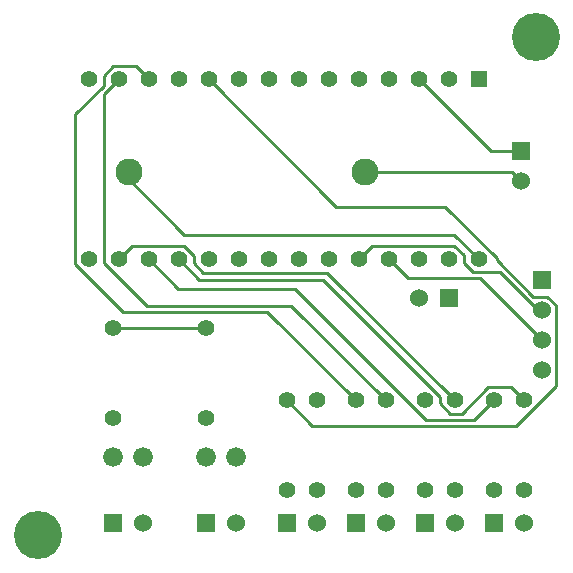
<source format=gtl>
G04 (created by PCBNEW (22-Jun-2014 BZR 4027)-stable) date Thu 15 Jan 2015 23:12:56 CET*
%MOIN*%
G04 Gerber Fmt 3.4, Leading zero omitted, Abs format*
%FSLAX34Y34*%
G01*
G70*
G90*
G04 APERTURE LIST*
%ADD10C,0.00590551*%
%ADD11C,0.09*%
%ADD12R,0.055X0.055*%
%ADD13C,0.055*%
%ADD14R,0.06X0.06*%
%ADD15C,0.06*%
%ADD16C,0.16*%
%ADD17C,0.066*%
%ADD18C,0.01*%
G04 APERTURE END LIST*
G54D10*
G54D11*
X42944Y-37300D03*
X50818Y-37300D03*
G54D12*
X54600Y-34200D03*
G54D13*
X53600Y-34200D03*
X52600Y-34200D03*
X51600Y-34200D03*
X50600Y-34200D03*
X49600Y-34200D03*
X48600Y-34200D03*
X47600Y-34200D03*
X46600Y-34200D03*
X45600Y-34200D03*
X44600Y-34200D03*
X43600Y-34200D03*
X42600Y-34200D03*
X41600Y-34200D03*
X41600Y-40200D03*
X42600Y-40200D03*
X43600Y-40200D03*
X44600Y-40200D03*
X45600Y-40200D03*
X46600Y-40200D03*
X47600Y-40200D03*
X48600Y-40200D03*
X49600Y-40200D03*
X50600Y-40200D03*
X51600Y-40200D03*
X52600Y-40200D03*
X53600Y-40200D03*
X54600Y-40200D03*
X49200Y-44900D03*
X49200Y-47900D03*
X48200Y-44900D03*
X48200Y-47900D03*
G54D14*
X48200Y-49000D03*
G54D15*
X49200Y-49000D03*
G54D13*
X51500Y-44900D03*
X51500Y-47900D03*
X50500Y-44900D03*
X50500Y-47900D03*
G54D14*
X56000Y-36600D03*
G54D15*
X56000Y-37600D03*
G54D14*
X50500Y-49000D03*
G54D15*
X51500Y-49000D03*
G54D16*
X39900Y-49400D03*
G54D13*
X55100Y-44900D03*
X55100Y-47900D03*
X42400Y-42500D03*
X42400Y-45500D03*
X53800Y-44900D03*
X53800Y-47900D03*
X52800Y-44900D03*
X52800Y-47900D03*
G54D14*
X55100Y-49000D03*
G54D15*
X56100Y-49000D03*
G54D14*
X52800Y-49000D03*
G54D15*
X53800Y-49000D03*
G54D13*
X45500Y-42500D03*
X45500Y-45500D03*
X56100Y-44900D03*
X56100Y-47900D03*
G54D17*
X43400Y-46800D03*
X42400Y-46800D03*
X46500Y-46800D03*
X45500Y-46800D03*
G54D14*
X42400Y-49000D03*
G54D15*
X43400Y-49000D03*
G54D14*
X45500Y-49000D03*
G54D15*
X46500Y-49000D03*
G54D16*
X56500Y-32800D03*
G54D14*
X56700Y-40900D03*
G54D15*
X56700Y-41900D03*
X56700Y-42900D03*
X56700Y-43900D03*
G54D14*
X53600Y-41500D03*
G54D15*
X52600Y-41500D03*
G54D18*
X55000Y-36600D02*
X52600Y-34200D01*
X56000Y-36600D02*
X55000Y-36600D01*
X53787Y-39387D02*
X54600Y-40200D01*
X44787Y-39387D02*
X53787Y-39387D01*
X42700Y-37300D02*
X44787Y-39387D01*
X42400Y-42500D02*
X45500Y-42500D01*
X48343Y-41743D02*
X51500Y-44900D01*
X43533Y-41743D02*
X48343Y-41743D01*
X42099Y-40309D02*
X43533Y-41743D01*
X42099Y-34700D02*
X42099Y-40309D01*
X42600Y-34200D02*
X42099Y-34700D01*
X43171Y-33771D02*
X43600Y-34200D01*
X42412Y-33771D02*
X43171Y-33771D01*
X42100Y-34083D02*
X42412Y-33771D01*
X42100Y-34416D02*
X42100Y-34083D01*
X41157Y-35359D02*
X42100Y-34416D01*
X41157Y-40368D02*
X41157Y-35359D01*
X42733Y-41944D02*
X41157Y-40368D01*
X46644Y-41944D02*
X42733Y-41944D01*
X47544Y-41944D02*
X50500Y-44900D01*
X46644Y-41944D02*
X47544Y-41944D01*
X50818Y-37300D02*
X51700Y-37300D01*
X51700Y-37300D02*
X55700Y-37300D01*
X55700Y-37300D02*
X56000Y-37600D01*
X54457Y-45542D02*
X55100Y-44900D01*
X52836Y-45542D02*
X54457Y-45542D01*
X48484Y-41189D02*
X52836Y-45542D01*
X44589Y-41189D02*
X48484Y-41189D01*
X43600Y-40200D02*
X44589Y-41189D01*
X49850Y-38450D02*
X45600Y-34200D01*
X53486Y-38450D02*
X49850Y-38450D01*
X55199Y-40164D02*
X53486Y-38450D01*
X55199Y-40233D02*
X55199Y-40164D01*
X56415Y-41449D02*
X55199Y-40233D01*
X56893Y-41449D02*
X56415Y-41449D01*
X57175Y-41732D02*
X56893Y-41449D01*
X57175Y-44428D02*
X57175Y-41732D01*
X55861Y-45742D02*
X57175Y-44428D01*
X49042Y-45742D02*
X55861Y-45742D01*
X48200Y-44900D02*
X49042Y-45742D01*
X53800Y-44900D02*
X49544Y-40644D01*
X45417Y-40644D02*
X49544Y-40644D01*
X45100Y-40326D02*
X45417Y-40644D01*
X45100Y-40094D02*
X45100Y-40326D01*
X44768Y-39762D02*
X45100Y-40094D01*
X43037Y-39762D02*
X44768Y-39762D01*
X42600Y-40200D02*
X43037Y-39762D01*
X45289Y-40889D02*
X44600Y-40200D01*
X49396Y-40889D02*
X45289Y-40889D01*
X53300Y-44792D02*
X49396Y-40889D01*
X53300Y-45002D02*
X53300Y-44792D01*
X53639Y-45342D02*
X53300Y-45002D01*
X54050Y-45342D02*
X53639Y-45342D01*
X54926Y-44465D02*
X54050Y-45342D01*
X55665Y-44465D02*
X54926Y-44465D01*
X56100Y-44900D02*
X55665Y-44465D01*
X56582Y-41900D02*
X56700Y-41900D01*
X55314Y-40632D02*
X56582Y-41900D01*
X54412Y-40632D02*
X55314Y-40632D01*
X54100Y-40319D02*
X54412Y-40632D01*
X54100Y-40067D02*
X54100Y-40319D01*
X53786Y-39753D02*
X54100Y-40067D01*
X51046Y-39753D02*
X53786Y-39753D01*
X50600Y-40200D02*
X51046Y-39753D01*
X52232Y-40832D02*
X51600Y-40200D01*
X54632Y-40832D02*
X52232Y-40832D01*
X56700Y-42900D02*
X54632Y-40832D01*
M02*

</source>
